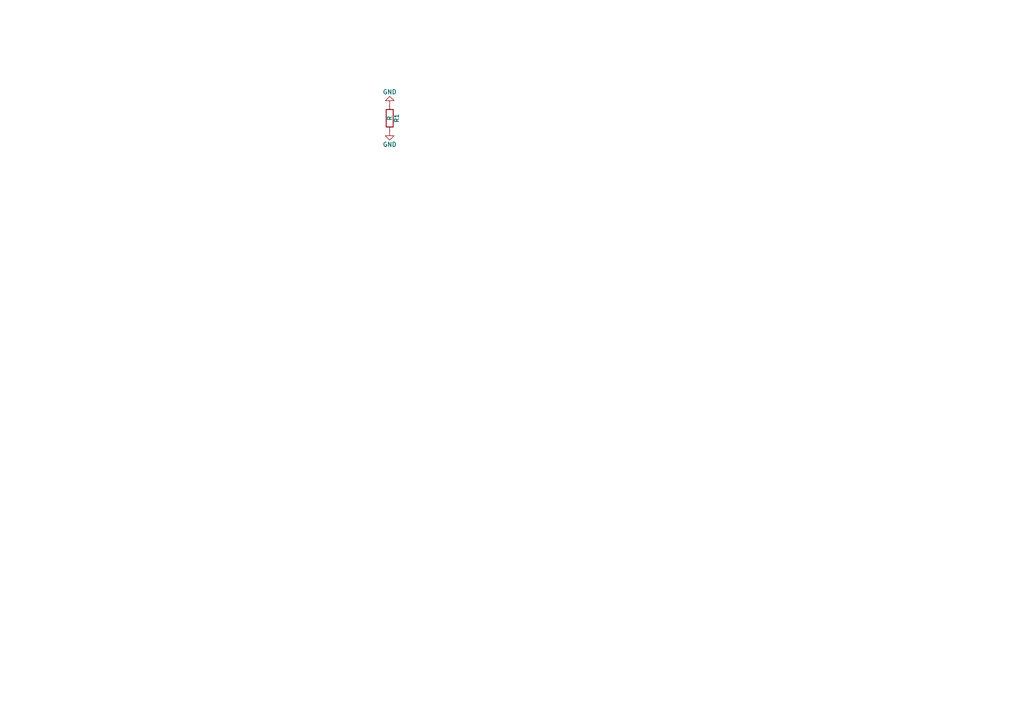
<source format=kicad_sch>
(kicad_sch (version 20230121) (generator eeschema)
  (paper "A4")
  (lib_symbols
    (symbol "Device:R" (pin_numbers hide) (pin_names (offset 0))
      (property "Reference" "R" (at 2.032 0 90))
      (property "Value" "R" (at 0 0 90))
      (symbol "R_0_1"
        (rectangle (start -1.016 -2.54) (end 1.016 2.54) (stroke (width 0.254)))
      )
      (symbol "R_1_1"
        (pin passive line (at 0 3.81 270) (length 1.27) (name "~") (number "1"))
        (pin passive line (at 0 -3.81 90) (length 1.27) (name "~") (number "2"))
      )
    )
    (symbol "power:GND" (power) (pin_names (offset 0))
      (property "Value" "GND" (at 0 -3.81 0))
      (symbol "GND_0_1"
        (polyline (pts (xy 0 0) (xy 0 -1.27) (xy 1.27 -1.27) (xy 0 -2.54) (xy -1.27 -1.27) (xy 0 -1.27)))
      )
      (symbol "GND_1_1"
        (pin power_in line (at 0 0 270) (length 0) hide (name "GND") (number "1"))
      )
    )
  )
  (symbol (lib_id "Device:R") (at 113.03 34.29 0) (unit 1)
    (property "Reference" "R1" (at 115.062 34.29 90))
    (property "Value" "R" (at 113.03 34.29 90))
    (property "Footprint" "donutbrary:budget96_bottom_plate" (effects hide))
  )
  (symbol (lib_id "power:GND") (at 113.03 30.48 180) (unit 1)
    (property "Reference" "#PWR01" (effects hide))
    (property "Value" "GND" (at 113.03 26.67 0))
  )
  (symbol (lib_id "power:GND") (at 113.03 38.1 0) (unit 1)
    (property "Reference" "#PWR02" (effects hide))
    (property "Value" "GND" (at 113.03 41.91 0))
  )
)
</source>
